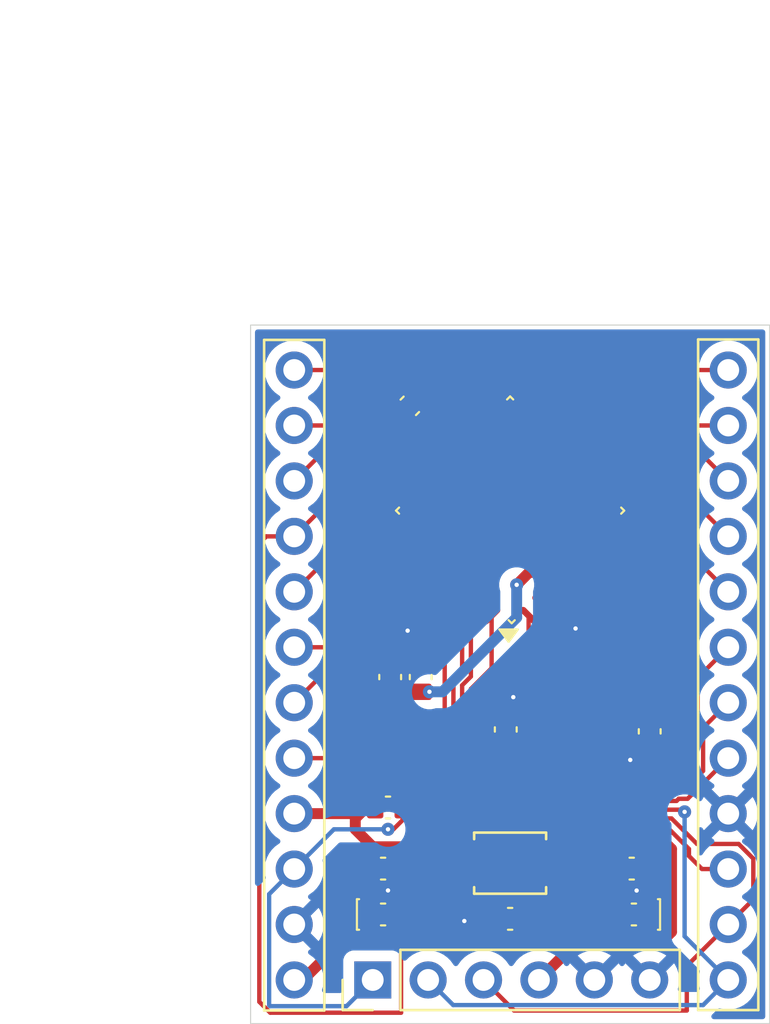
<source format=kicad_pcb>
(kicad_pcb (version 20241229) (generator "pcbnew") (generator_version "9.0")
  (layers (0 "F.Cu" mixed) (2 "B.Cu" mixed) (13 "F.Paste" user) (15 "B.Paste" user) (5 "F.SilkS" user "F.Silkscreen") (7 "B.SilkS" user "B.Silkscreen") (1 "F.Mask" user) (3 "B.Mask" user) (25 "Edge.Cuts" user))
  (net 0 "")
  (net 1 "A6")
  (net 4 "A7")
  (net 6 "RAW")
  (net 7 "GND")
  (net 8 "Net-(ATmega328P-AU1-AREF)")
  (net 9 "Net-(C4-Pad2)")
  (net 10 "Net-(D1-Pad1)")
  (net 11 "Net-(D2-Pad2)")
  (net 12 "D2")
  (net 13 "RXI")
  (net 14 "DTR")
  (net 15 "D7")
  (net 16 "TXO")
  (net 17 "D3")
  (net 18 "D4")
  (net 19 "D9")
  (net 20 "D5")
  (net 21 "D6")
  (net 22 "D8")
  (net 23 "SCK")
  (net 24 "A1")
  (net 25 "D10")
  (net 26 "MISO")
  (net 27 "MOSI")
  (net 28 "A3")
  (net 29 "A0")
  (net 30 "A2")
  (net 31 "A4")
  (net 32 "A5")
  (net 33 "Net-(ATmega328P-AU1-(PCINT7{slash}XTAL2{slash}TOSC2)_PB7)")
  (net 34 "Net-(ATmega328P-AU1-(PCINT6{slash}XTAL1{slash}TOSC1)_PB6)")
  (footprint "Footprint:CR_Generic" (layer "F.Cu") (at 153.4 103.1125 -90)
    (property "Reference" "C1" (hide yes))
    (property "Value" "12pF")
    (fp_line (start 0.1 0.5) (end -0.1 0.5) (stroke (width 0.1)) (layer "F.SilkS"))
    (fp_line (start 0.1 -0.5) (end -0.1 -0.5) (stroke (width 0.1)) (layer "F.SilkS"))
    (pad "1" smd roundrect (at -0.675 0) (size 1 0.75) (layers "F.Cu" "F.Mask" "F.Paste") (roundrect_rratio 0.15) (net 33 "Net-(ATmega328P-AU1-(PCINT7{slash}XTAL2{slash}TOSC2)_PB7)"))
    (pad "2" smd roundrect (at 0.5875 0) (size 1 0.75) (layers "F.Cu" "F.Mask" "F.Paste") (roundrect_rratio 0.15) (net 7 "GND"))
  )
  (footprint "Footprint:PinHeader_12" (layer "F.Cu") (at 156.97 100.59)
    (property "Reference" "J1" (hide yes))
    (property "Value" "~")
    (fp_line (start -1.35 -15.43) (end -1.35 15.29) (stroke (width 0.12)) (layer "F.SilkS"))
    (fp_line (start -1.35 -15.43) (end 1.41 -15.43) (stroke (width 0.12)) (layer "F.SilkS"))
    (fp_line (start -1.35 15.29) (end 1.41 15.29) (stroke (width 0.12)) (layer "F.SilkS"))
    (fp_line (start 1.41 -15.43) (end 1.41 15.29) (stroke (width 0.12)) (layer "F.SilkS"))
    (pad "1" thru_hole circle (at 0.03 -14.03) (size 1.7 1.7) (drill 1) (layers "*.Cu" "*.Mask") (net 19 "D9"))
    (pad "2" thru_hole circle (at 0.03 -11.49) (size 1.7 1.7) (drill 1) (layers "*.Cu" "*.Mask") (net 22 "D8"))
    (pad "3" thru_hole circle (at 0.03 -8.95) (size 1.7 1.7) (drill 1) (layers "*.Cu" "*.Mask") (net 15 "D7"))
    (pad "4" thru_hole circle (at 0.03 -6.41) (size 1.7 1.7) (drill 1) (layers "*.Cu" "*.Mask") (net 21 "D6"))
    (pad "5" thru_hole circle (at 0.03 -3.87) (size 1.7 1.7) (drill 1) (layers "*.Cu" "*.Mask") (net 20 "D5"))
    (pad "6" thru_hole circle (at 0.03 -1.33) (size 1.7 1.7) (drill 1) (layers "*.Cu" "*.Mask") (net 18 "D4"))
    (pad "7" thru_hole circle (at 0.03 1.21) (size 1.7 1.7) (drill 1) (layers "*.Cu" "*.Mask") (net 17 "D3"))
    (pad "8" thru_hole circle (at 0.03 3.75) (size 1.7 1.7) (drill 1) (layers "*.Cu" "*.Mask") (net 12 "D2"))
    (pad "9" thru_hole circle (at 0.03 6.29) (size 1.7 1.7) (drill 1) (layers "*.Cu" "*.Mask") (net 7 "GND"))
    (pad "10" thru_hole circle (at 0.03 8.83) (size 1.7 1.7) (drill 1) (layers "*.Cu" "*.Mask") (net 14 "DTR"))
    (pad "11" thru_hole circle (at 0.03 11.37) (size 1.7 1.7) (drill 1) (layers "*.Cu" "*.Mask") (net 13 "RXI"))
    (pad "12" thru_hole circle (at 0.03 13.91) (size 1.7 1.7) (drill 1) (layers "*.Cu" "*.Mask") (net 16 "TXO"))
  )
  (footprint "Footprint:PinHeader_12" (layer "F.Cu") (at 137.13 100.47 180)
    (property "Reference" "J2" (hide yes))
    (property "Value" "~")
    (fp_line (start 1.41 -15.43) (end 1.41 15.29) (stroke (width 0.12)) (layer "F.SilkS"))
    (fp_line (start -1.35 15.29) (end 1.41 15.29) (stroke (width 0.12)) (layer "F.SilkS"))
    (fp_line (start -1.35 -15.43) (end 1.41 -15.43) (stroke (width 0.12)) (layer "F.SilkS"))
    (fp_line (start -1.35 -15.43) (end -1.35 15.29) (stroke (width 0.12)) (layer "F.SilkS"))
    (pad "1" thru_hole circle (at 0.03 -14.03 180) (size 1.7 1.7) (drill 1) (layers "*.Cu" "*.Mask") (net 6 "RAW"))
    (pad "2" thru_hole circle (at 0.03 -11.49 180) (size 1.7 1.7) (drill 1) (layers "*.Cu" "*.Mask") (net 7 "GND"))
    (pad "3" thru_hole circle (at 0.03 -8.95 180) (size 1.7 1.7) (drill 1) (layers "*.Cu" "*.Mask") (net 14 "DTR"))
    (pad "4" thru_hole circle (at 0.03 -6.41 180) (size 1.7 1.7) (drill 1) (layers "*.Cu" "*.Mask") (net 6 "RAW"))
    (pad "5" thru_hole circle (at 0.03 -3.87 180) (size 1.7 1.7) (drill 1) (layers "*.Cu" "*.Mask") (net 28 "A3"))
    (pad "6" thru_hole circle (at 0.03 -1.33 180) (size 1.7 1.7) (drill 1) (layers "*.Cu" "*.Mask") (net 30 "A2"))
    (pad "7" thru_hole circle (at 0.03 1.21 180) (size 1.7 1.7) (drill 1) (layers "*.Cu" "*.Mask") (net 24 "A1"))
    (pad "8" thru_hole circle (at 0.03 3.75 180) (size 1.7 1.7) (drill 1) (layers "*.Cu" "*.Mask") (net 29 "A0"))
    (pad "9" thru_hole circle (at 0.03 6.29 180) (size 1.7 1.7) (drill 1) (layers "*.Cu" "*.Mask") (net 23 "SCK"))
    (pad "10" thru_hole circle (at 0.03 8.83 180) (size 1.7 1.7) (drill 1) (layers "*.Cu" "*.Mask") (net 26 "MISO"))
    (pad "11" thru_hole circle (at 0.03 11.37 180) (size 1.7 1.7) (drill 1) (layers "*.Cu" "*.Mask") (net 27 "MOSI"))
    (pad "12" thru_hole circle (at 0.03 13.91 180) (size 1.7 1.7) (drill 1) (layers "*.Cu" "*.Mask") (net 25 "D10"))
  )
  (footprint "Footprint:PinHeader_6" (layer "F.Cu") (at 147.97 114.78 90)
    (property "Reference" "J3" (hide yes))
    (property "Value" "~")
    (fp_line (start -1.1 -8.65) (end 0.28 -8.65) (stroke (width 0.12)) (layer "F.SilkS"))
    (fp_line (start -1.1 -7.27) (end -1.1 -8.65) (stroke (width 0.12)) (layer "F.SilkS"))
    (fp_line (start 1.66 -6) (end 1.66 6.81) (stroke (width 0.12)) (layer "F.SilkS"))
    (fp_line (start -1.1 -6) (end 1.66 -6) (stroke (width 0.12)) (layer "F.SilkS"))
    (fp_line (start -1.1 -6) (end -1.1 6.81) (stroke (width 0.12)) (layer "F.SilkS"))
    (fp_line (start -1.1 6.81) (end 1.66 6.81) (stroke (width 0.12)) (layer "F.SilkS"))
    (pad "1" thru_hole rect (at 0.28 -7.27 90) (size 1.7 1.7) (drill 1) (layers "*.Cu" "*.Mask") (net 14 "DTR"))
    (pad "2" thru_hole circle (at 0.28 -4.73 90) (size 1.7 1.7) (drill 1) (layers "*.Cu" "*.Mask") (net 16 "TXO"))
    (pad "3" thru_hole circle (at 0.28 -2.19 90) (size 1.7 1.7) (drill 1) (layers "*.Cu" "*.Mask") (net 13 "RXI"))
    (pad "4" thru_hole circle (at 0.28 0.35 90) (size 1.7 1.7) (drill 1) (layers "*.Cu" "*.Mask") (net 6 "RAW"))
    (pad "5" thru_hole circle (at 0.28 2.89 90) (size 1.7 1.7) (drill 1) (layers "*.Cu" "*.Mask") (net 7 "GND"))
    (pad "6" thru_hole circle (at 0.28 5.43 90) (size 1.7 1.7) (drill 1) (layers "*.Cu" "*.Mask") (net 7 "GND"))
  )
  (footprint "Footprint:CR_Generic" (layer "F.Cu") (at 141.175 109.4)
    (property "Reference" "R2" (hide yes))
    (property "Value" "10K")
    (fp_line (start 0.1 -0.5) (end -0.1 -0.5) (stroke (width 0.1)) (layer "F.SilkS"))
    (fp_line (start 0.1 0.5) (end -0.1 0.5) (stroke (width 0.1)) (layer "F.SilkS"))
    (pad "1" smd roundrect (at -0.675 0 90) (size 1 0.75) (layers "F.Cu" "F.Mask" "F.Paste") (roundrect_rratio 0.15) (net 11 "Net-(D2-Pad2)"))
    (pad "2" smd roundrect (at 0.5875 0 90) (size 1 0.75) (layers "F.Cu" "F.Mask" "F.Paste") (roundrect_rratio 0.15) (net 7 "GND"))
  )
  (footprint "Footprint:LED_generic" (layer "F.Cu") (at 152.675 111.5)
    (property "Reference" "D1" (hide yes))
    (property "Value" "Green")
    (fp_line (start 0.1 -0.5) (end -0.1 -0.5) (stroke (width 0.1)) (layer "F.SilkS"))
    (fp_line (start 0.1 0.5) (end -0.1 0.5) (stroke (width 0.1)) (layer "F.SilkS"))
    (fp_line (start 1.1 -0.7) (end 1.2 -0.7) (stroke (width 0.1)) (layer "F.SilkS"))
    (fp_line (start 1.2 -0.7) (end 1.2 0.7) (stroke (width 0.1)) (layer "F.SilkS"))
    (fp_line (start 1.2 0.7) (end 1.1 0.7) (stroke (width 0.1)) (layer "F.SilkS"))
    (pad "1" smd roundrect (at -0.675 0 90) (size 1 0.75) (layers "F.Cu" "F.Mask" "F.Paste") (roundrect_rratio 0.15) (net 10 "Net-(D1-Pad1)"))
    (pad "2" smd roundrect (at 0.6375 0 90) (size 1 0.725) (layers "F.Cu" "F.Mask" "F.Paste") (roundrect_rratio 0.15) (net 7 "GND"))
  )
  (footprint "Footprint:Crystal_YSX321SL" (layer "F.Cu") (at 150.1 103.1)
    (property "Reference" "Y1" (hide yes))
    (property "Value" "~")
    (pad "1" smd roundrect (at 1.3 -1) (size 1.4 1.2) (layers "F.Cu" "F.Mask" "F.Paste") (roundrect_rratio 0.15) (net 33 "Net-(ATmega328P-AU1-(PCINT7{slash}XTAL2{slash}TOSC2)_PB7)"))
    (pad "2" smd roundrect (at -1.3 -1) (size 1.4 1.2) (layers "F.Cu" "F.Mask" "F.Paste") (roundrect_rratio 0.15) (net 7 "GND"))
    (pad "3" smd roundrect (at -1.3 1.1) (size 1.4 1.2) (layers "F.Cu" "F.Mask" "F.Paste") (roundrect_rratio 0.15) (net 34 "Net-(ATmega328P-AU1-(PCINT6{slash}XTAL1{slash}TOSC1)_PB6)"))
    (pad "4" smd roundrect (at 1.3 1.1) (size 1.4 1.2) (layers "F.Cu" "F.Mask" "F.Paste") (roundrect_rratio 0.15) (net 7 "GND"))
  )
  (footprint "Footprint:CR_Generic" (layer "F.Cu") (at 141.5 100.625 90)
    (property "Reference" "C7" (hide yes))
    (property "Value" "100nF")
    (fp_line (start 0.1 -0.5) (end -0.1 -0.5) (stroke (width 0.1)) (layer "F.SilkS"))
    (fp_line (start 0.1 0.5) (end -0.1 0.5) (stroke (width 0.1)) (layer "F.SilkS"))
    (pad "1" smd roundrect (at -0.675 0 180) (size 1 0.75) (layers "F.Cu" "F.Mask" "F.Paste") (roundrect_rratio 0.15) (net 6 "RAW"))
    (pad "2" smd roundrect (at 0.5875 0 180) (size 1 0.75) (layers "F.Cu" "F.Mask" "F.Paste") (roundrect_rratio 0.15) (net 7 "GND"))
  )
  (footprint "Footprint:CR_Generic" (layer "F.Cu") (at 142.9 100.625 90)
    (property "Reference" "C6" (hide yes))
    (property "Value" "1uF")
    (fp_line (start 0.1 -0.5) (end -0.1 -0.5) (stroke (width 0.1)) (layer "F.SilkS"))
    (fp_line (start 0.1 0.5) (end -0.1 0.5) (stroke (width 0.1)) (layer "F.SilkS"))
    (pad "1" smd roundrect (at -0.675 0 180) (size 1 0.75) (layers "F.Cu" "F.Mask" "F.Paste") (roundrect_rratio 0.15) (net 6 "RAW"))
    (pad "2" smd roundrect (at 0.5875 0 180) (size 1 0.75) (layers "F.Cu" "F.Mask" "F.Paste") (roundrect_rratio 0.15) (net 7 "GND"))
  )
  (footprint "Footprint:CR_Generic" (layer "F.Cu") (at 152.575 109.4 180)
    (property "Reference" "R1" (hide yes))
    (property "Value" "330")
    (fp_line (start 0.1 0.5) (end -0.1 0.5) (stroke (width 0.1)) (layer "F.SilkS"))
    (fp_line (start 0.1 -0.5) (end -0.1 -0.5) (stroke (width 0.1)) (layer "F.SilkS"))
    (pad "1" smd roundrect (at -0.675 0 270) (size 1 0.75) (layers "F.Cu" "F.Mask" "F.Paste") (roundrect_rratio 0.15) (net 23 "SCK"))
    (pad "2" smd roundrect (at 0.5875 0 270) (size 1 0.75) (layers "F.Cu" "F.Mask" "F.Paste") (roundrect_rratio 0.15) (net 10 "Net-(D1-Pad1)"))
  )
  (footprint "Footprint:CR_Generic" (layer "F.Cu") (at 141.4 106.6 180)
    (property "Reference" "R3" (hide yes))
    (property "Value" "10K")
    (fp_line (start 0.1 0.5) (end -0.1 0.5) (stroke (width 0.1)) (layer "F.SilkS"))
    (fp_line (start 0.1 -0.5) (end -0.1 -0.5) (stroke (width 0.1)) (layer "F.SilkS"))
    (pad "1" smd roundrect (at -0.675 0 270) (size 1 0.75) (layers "F.Cu" "F.Mask" "F.Paste") (roundrect_rratio 0.15) (net 14 "DTR"))
    (pad "2" smd roundrect (at 0.5875 0 270) (size 1 0.75) (layers "F.Cu" "F.Mask" "F.Paste") (roundrect_rratio 0.15) (net 6 "RAW"))
  )
  (footprint "Footprint:CR_Generic" (layer "F.Cu") (at 146.8 103.025 90)
    (property "Reference" "C2" (hide yes))
    (property "Value" "12pF")
    (fp_line (start 0.1 -0.5) (end -0.1 -0.5) (stroke (width 0.1)) (layer "F.SilkS"))
    (fp_line (start 0.1 0.5) (end -0.1 0.5) (stroke (width 0.1)) (layer "F.SilkS"))
    (pad "1" smd roundrect (at -0.675 0 180) (size 1 0.75) (layers "F.Cu" "F.Mask" "F.Paste") (roundrect_rratio 0.15) (net 34 "Net-(ATmega328P-AU1-(PCINT6{slash}XTAL1{slash}TOSC1)_PB6)"))
    (pad "2" smd roundrect (at 0.5875 0 180) (size 1 0.75) (layers "F.Cu" "F.Mask" "F.Paste") (roundrect_rratio 0.15) (net 7 "GND"))
  )
  (footprint "Footprint:CR_Generic" (layer "F.Cu") (at 142.4 88.2 45)
    (property "Reference" "C3" (hide yes))
    (property "Value" "100nF")
    (fp_line (start 0.1 -0.5) (end -0.1 -0.5) (stroke (width 0.1)) (layer "F.SilkS"))
    (fp_line (start 0.1 0.5) (end -0.1 0.5) (stroke (width 0.1)) (layer "F.SilkS"))
    (pad "1" smd roundrect (at -0.675 0 135) (size 1 0.75) (layers "F.Cu" "F.Mask" "F.Paste") (roundrect_rratio 0.15) (net 8 "Net-(ATmega328P-AU1-AREF)"))
    (pad "2" smd roundrect (at 0.5875 0 135) (size 1 0.75) (layers "F.Cu" "F.Mask" "F.Paste") (roundrect_rratio 0.15) (net 6 "RAW"))
  )
  (footprint "Footprint:LED_generic" (layer "F.Cu") (at 141.175 111.5 180)
    (property "Reference" "D2" (hide yes))
    (property "Value" "Red")
    (fp_line (start 1.2 0.7) (end 1.1 0.7) (stroke (width 0.1)) (layer "F.SilkS"))
    (fp_line (start 1.2 -0.7) (end 1.2 0.7) (stroke (width 0.1)) (layer "F.SilkS"))
    (fp_line (start 1.1 -0.7) (end 1.2 -0.7) (stroke (width 0.1)) (layer "F.SilkS"))
    (fp_line (start 0.1 0.5) (end -0.1 0.5) (stroke (width 0.1)) (layer "F.SilkS"))
    (fp_line (start 0.1 -0.5) (end -0.1 -0.5) (stroke (width 0.1)) (layer "F.SilkS"))
    (pad "1" smd roundrect (at -0.675 0 270) (size 1 0.75) (layers "F.Cu" "F.Mask" "F.Paste") (roundrect_rratio 0.15) (net 6 "RAW"))
    (pad "2" smd roundrect (at 0.6375 0 270) (size 1 0.725) (layers "F.Cu" "F.Mask" "F.Paste") (roundrect_rratio 0.15) (net 11 "Net-(D2-Pad2)"))
  )
  (footprint "Footprint:CR_Generic" (layer "F.Cu") (at 147 111.7)
    (property "Reference" "C4" (hide yes))
    (property "Value" "100nF")
    (fp_line (start 0.1 -0.5) (end -0.1 -0.5) (stroke (width 0.1)) (layer "F.SilkS"))
    (fp_line (start 0.1 0.5) (end -0.1 0.5) (stroke (width 0.1)) (layer "F.SilkS"))
    (pad "1" smd roundrect (at -0.675 0 90) (size 1 0.75) (layers "F.Cu" "F.Mask" "F.Paste") (roundrect_rratio 0.15) (net 7 "GND"))
    (pad "2" smd roundrect (at 0.5875 0 90) (size 1 0.75) (layers "F.Cu" "F.Mask" "F.Paste") (roundrect_rratio 0.15) (net 9 "Net-(C4-Pad2)"))
  )
  (footprint "Footprint:ATMEGA328P" (layer "F.Cu") (at 147 93 135)
    (property "Reference" "ATmega328P-AU1" (hide yes))
    (property "Value" "U1")
    (fp_line (start 3.7 -3.7) (end 3.5 -3.7) (stroke (width 0.1)) (layer "F.SilkS"))
    (fp_line (start 3.7 -3.5) (end 3.7 -3.7) (stroke (width 0.1)) (layer "F.SilkS"))
    (fp_line (start 3.7 3.7) (end 3.7 3.5) (stroke (width 0.1)) (layer "F.SilkS"))
    (fp_line (start -3.700001 -3.6) (end -3.5 -3.6) (stroke (width 0.1)) (layer "F.SilkS"))
    (fp_line (start 3.5 3.7) (end 3.7 3.7) (stroke (width 0.1)) (layer "F.SilkS"))
    (fp_line (start -3.7 -3.4) (end -3.700001 -3.6) (stroke (width 0.1)) (layer "F.SilkS"))
    (fp_line (start -3.7 3.5) (end -3.7 3.7) (stroke (width 0.1)) (layer "F.SilkS"))
    (fp_line (start -3.7 3.7) (end -3.5 3.7) (stroke (width 0.1)) (layer "F.SilkS"))
    (fp_poly (pts (xy -3.9 -3.8) (xy -3.5 -4.2) (xy -4.2 -4.3) (xy -4.1 -3.6)) (stroke (width 0.1)) (fill yes) (layer "F.SilkS"))
    (pad "1" smd oval (at -4 -2.8 225) (size 0.3 1) (layers "F.Cu" "F.Mask" "F.Paste") (net 17 "D3"))
    (pad "2" smd oval (at -4.000001 -2 225) (size 0.3 1) (layers "F.Cu" "F.Mask" "F.Paste") (net 18 "D4"))
    (pad "3" smd oval (at -4 -1.2 225) (size 0.3 1) (layers "F.Cu" "F.Mask" "F.Paste") (net 7 "GND"))
    (pad "4" smd oval (at -4 -0.4 225) (size 0.3 1) (layers "F.Cu" "F.Mask" "F.Paste") (net 6 "RAW"))
    (pad "5" smd oval (at -4 0.4 225) (size 0.3 1) (layers "F.Cu" "F.Mask" "F.Paste"))
    (pad "6" smd oval (at -4 1.2 225) (size 0.3 1) (layers "F.Cu" "F.Mask" "F.Paste"))
    (pad "7" smd oval (at -4.000001 2 225) (size 0.3 1) (layers "F.Cu" "F.Mask" "F.Paste") (net 34 "Net-(ATmega328P-AU1-(PCINT6{slash}XTAL1{slash}TOSC1)_PB6)"))
    (pad "8" smd oval (at -4 2.8 225) (size 0.3 1) (layers "F.Cu" "F.Mask" "F.Paste") (net 33 "Net-(ATmega328P-AU1-(PCINT7{slash}XTAL2{slash}TOSC2)_PB7)"))
    (pad "9" smd oval (at -2.8 4 135) (size 0.3 1) (layers "F.Cu" "F.Mask" "F.Paste") (net 20 "D5"))
    (pad "10" smd oval (at -2 4.000001 135) (size 0.3 1) (layers "F.Cu" "F.Mask" "F.Paste") (net 21 "D6"))
    (pad "11" smd oval (at -1.2 4 135) (size 0.3 1) (layers "F.Cu" "F.Mask" "F.Paste") (net 15 "D7"))
    (pad "12" smd oval (at -0.4 4 135) (size 0.3 1) (layers "F.Cu" "F.Mask" "F.Paste") (net 22 "D8"))
    (pad "13" smd oval (at 0.4 4 135) (size 0.3 1) (layers "F.Cu" "F.Mask" "F.Paste") (net 19 "D9"))
    (pad "14" smd oval (at 1.2 4 135) (size 0.3 1) (layers "F.Cu" "F.Mask" "F.Paste") (net 25 "D10"))
    (pad "15" smd oval (at 2 4.000001 135) (size 0.3 1) (layers "F.Cu" "F.Mask" "F.Paste") (net 27 "MOSI"))
    (pad "16" smd oval (at 2.8 4 135) (size 0.3 1) (layers "F.Cu" "F.Mask" "F.Paste") (net 26 "MISO"))
    (pad "17" smd oval (at 4 2.8 225) (size 0.3 1) (layers "F.Cu" "F.Mask" "F.Paste") (net 23 "SCK"))
    (pad "18" smd oval (at 4.000001 2 225) (size 0.3 1) (layers "F.Cu" "F.Mask" "F.Paste") (net 6 "RAW"))
    (pad "19" smd oval (at 4 1.2 225) (size 0.3 1) (layers "F.Cu" "F.Mask" "F.Paste") (net 1 "A6"))
    (pad "20" smd oval (at 4 0.4 225) (size 0.3 1) (layers "F.Cu" "F.Mask" "F.Paste") (net 8 "Net-(ATmega328P-AU1-AREF)"))
    (pad "21" smd oval (at 4 -0.4 225) (size 0.3 1) (layers "F.Cu" "F.Mask" "F.Paste"))
    (pad "22" smd oval (at 4 -1.2 225) (size 0.3 1) (layers "F.Cu" "F.Mask" "F.Paste") (net 4 "A7"))
    (pad "23" smd oval (at 4.000001 -2 225) (size 0.3 1) (layers "F.Cu" "F.Mask" "F.Paste") (net 29 "A0"))
    (pad "24" smd oval (at 4 -2.8 225) (size 0.3 1) (layers "F.Cu" "F.Mask" "F.Paste") (net 24 "A1"))
    (pad "25" smd oval (at 2.8 -4 135) (size 0.3 1) (layers "F.Cu" "F.Mask" "F.Paste") (net 30 "A2"))
    (pad "26" smd oval (at 2 -4.000001 135) (size 0.3 1) (layers "F.Cu" "F.Mask" "F.Paste") (net 28 "A3"))
    (pad "27" smd oval (at 1.2 -4 135) (size 0.3 1) (layers "F.Cu" "F.Mask" "F.Paste") (net 31 "A4"))
    (pad "28" smd oval (at 0.4 -4 135) (size 0.3 1) (layers "F.Cu" "F.Mask" "F.Paste") (net 32 "A5"))
    (pad "29" smd oval (at -0.4 -4 135) (size 0.3 1) (layers "F.Cu" "F.Mask" "F.Paste") (net 14 "DTR"))
    (pad "30" smd oval (at -1.2 -4 135) (size 0.3 1) (layers "F.Cu" "F.Mask" "F.Paste") (net 13 "RXI"))
    (pad "31" smd oval (at -2 -4.000001 135) (size 0.3 1) (layers "F.Cu" "F.Mask" "F.Paste") (net 16 "TXO"))
    (pad "32" smd oval (at -2.8 -4 135) (size 0.3 1) (layers "F.Cu" "F.Mask" "F.Paste") (net 12 "D2"))
  )
  (footprint "Footprint:SW_B3U1000P" (layer "F.Cu") (at 147 109 180)
    (property "Reference" "SW1" (hide yes))
    (property "Value" "SW_Push")
    (fp_line (start 1.65 1.25) (end 1.65 0.95) (stroke (width 0.12)) (layer "F.SilkS"))
    (fp_line (start 1.65 -1.55) (end 1.65 -1.25) (stroke (width 0.12)) (layer "F.SilkS"))
    (fp_line (start -1.65 1.25) (end 1.65 1.25) (stroke (width 0.12)) (layer "F.SilkS"))
    (fp_line (start -1.65 0.95) (end -1.65 1.25) (stroke (width 0.12)) (layer "F.SilkS"))
    (fp_line (start -1.65 -1.25) (end -1.65 -1.55) (stroke (width 0.12)) (layer "F.SilkS"))
    (fp_line (start -1.65 -1.55) (end 1.65 -1.55) (stroke (width 0.12)) (layer "F.SilkS"))
    (pad "1" smd rect (at -1.7 -0.15 180) (size 0.9 1.7) (layers "F.Cu" "F.Mask" "F.Paste") (net 9 "Net-(C4-Pad2)"))
    (pad "2" smd rect (at 1.7 -0.15 180) (size 0.9 1.7) (layers "F.Cu" "F.Mask" "F.Paste") (net 14 "DTR"))
  )
  (gr_rect (start 135.1 84.5) (end 158.9 116.5) (stroke (width 0.05)) (fill no) (layer "Edge.Cuts"))
  (segment (start 154 112.7) (end 154.4 112.3) (width 0.5) (layer "F.Cu") (net 6))
  (segment (start 146.2 110.2) (end 145.5 110.9) (width 0.5) (layer "F.Cu") (net 6))
  (segment (start 146.2 109.8) (end 146.2 110.2) (width 0.5) (layer "F.Cu") (net 6))
  (segment (start 141.85 112.25) (end 141.85 111.5) (width 0.5) (layer "F.Cu") (net 6))
  (segment (start 154.4 108.5) (end 153.950999 108.050999) (width 0.5) (layer "F.Cu") (net 6))
  (segment (start 145.585786 88.757359) (end 149.262782 92.434355) (width 0.5) (layer "F.Cu") (net 6))
  (segment (start 141.85 111.5) (end 142.2 111.5) (width 0.5) (layer "F.Cu") (net 6))
  (segment (start 140.45 106.55) (end 140.8 106.2) (width 0.5) (layer "F.Cu") (net 6))
  (segment (start 152.652211 108.049) (end 149.801 108.049) (width 0.5) (layer "F.Cu") (net 6))
  (segment (start 154.4 112.3) (end 154.4 108.5) (width 0.5) (layer "F.Cu") (net 6))
  (segment (start 148.32 114.5) (end 150.12 112.7) (width 0.5) (layer "F.Cu") (net 6))
  (segment (start 143 109.187474) (end 142.212526 108.4) (width 0.5) (layer "F.Cu") (net 6))
  (segment (start 141.2 101.3) (end 143.3 101.299999) (width 0.5) (layer "F.Cu") (net 6))
  (segment (start 152.654211 108.051) (end 152.652211 108.049) (width 0.5) (layer "F.Cu") (net 6))
  (segment (start 140.697918 108.4) (end 139.9 107.602082) (width 0.5) (layer "F.Cu") (net 6))
  (segment (start 149.262782 95.828468) (end 147.871532 95.828468) (width 0.5) (layer "F.Cu") (net 6))
  (segment (start 137.1 114.5) (end 137.5 114.5) (width 0.5) (layer "F.Cu") (net 6))
  (segment (start 143.2 110.9) (end 143 110.7) (width 0.5) (layer "F.Cu") (net 6))
  (segment (start 150.12 112.7) (end 154 112.7) (width 0.5) (layer "F.Cu") (net 6))
  (segment (start 143 110.7) (end 143 110.2) (width 0.5) (layer "F.Cu") (net 6))
  (segment (start 143 110.2) (end 143 109.187474) (width 0.5) (layer "F.Cu") (net 6))
  (segment (start 153.950999 108.050999) (end 152.654211 108.051) (width 0.5) (layer "F.Cu") (net 6))
  (segment (start 139.9 107.602082) (end 139.9 107.1) (width 0.5) (layer "F.Cu") (net 6))
  (segment (start 149.801 108.049) (end 149.601 107.849) (width 0.5) (layer "F.Cu") (net 6))
  (segment (start 140.8 106.2) (end 140.8 101.7) (width 0.5) (layer "F.Cu") (net 6))
  (segment (start 142.2 111.5) (end 143 110.7) (width 0.5) (layer "F.Cu") (net 6))
  (segment (start 139.72 106.88) (end 140 106.6) (width 0.5) (layer "F.Cu") (net 6))
  (segment (start 139.9 107.1) (end 140.45 106.55) (width 0.5) (layer "F.Cu") (net 6))
  (segment (start 140 106.6) (end 140.8125 106.6) (width 0.5) (layer "F.Cu") (net 6))
  (segment (start 142.815425 87.784575) (end 144.613002 87.784575) (width 0.5) (layer "F.Cu") (net 6))
  (segment (start 141.5 112.6) (end 141.85 112.25) (width 0.5) (layer "F.Cu") (net 6))
  (segment (start 140.8 101.7) (end 141.2 101.3) (width 0.5) (layer "F.Cu") (net 6))
  (segment (start 140.8125 106.6) (end 140.7625 106.55) (width 0.5) (layer "F.Cu") (net 6))
  (segment (start 149.601 107.849) (end 147.799 107.849) (width 0.5) (layer "F.Cu") (net 6))
  (segment (start 149.545584 96.11127) (end 149.262782 95.828468) (width 0.5) (layer "F.Cu") (net 6))
  (segment (start 140.7625 106.55) (end 140.45 106.55) (width 0.5) (layer "F.Cu") (net 6))
  (segment (start 147.799 108.201) (end 146.2 109.8) (width 0.5) (layer "F.Cu") (net 6))
  (segment (start 137.5 114.5) (end 139.4 112.6) (width 0.5) (layer "F.Cu") (net 6))
  (segment (start 139.4 112.6) (end 141.5 112.6) (width 0.5) (layer "F.Cu") (net 6))
  (segment (start 144.613002 87.784575) (end 145.585786 88.757359) (width 0.5) (layer "F.Cu") (net 6))
  (segment (start 145.5 110.9) (end 143.2 110.9) (width 0.5) (layer "F.Cu") (net 6))
  (segment (start 149.262782 92.434355) (end 149.262782 95.828468) (width 0.5) (layer "F.Cu") (net 6))
  (segment (start 147.799 107.849) (end 147.799 108.201) (width 0.5) (layer "F.Cu") (net 6))
  (segment (start 142.212526 108.4) (end 140.697918 108.4) (width 0.5) (layer "F.Cu") (net 6))
  (segment (start 147.871532 95.828468) (end 147.3 96.4) (width 0.5) (layer "F.Cu") (net 6))
  (segment (start 137.1 106.88) (end 139.72 106.88) (width 0.5) (layer "F.Cu") (net 6))
  (via (at 147.3 96.4) (size 0.6) (drill 0.2) (layers "F.Cu" "B.Cu") (net 6))
  (via (at 143.3 101.299999) (size 0.6) (drill 0.2) (layers "F.Cu" "B.Cu") (net 6))
  (segment (start 147.3 96.4) (end 147.3 97.9) (width 0.5) (layer "B.Cu") (net 6))
  (segment (start 143.900001 101.299999) (end 143.3 101.299999) (width 0.5) (layer "B.Cu") (net 6))
  (segment (start 147.3 97.9) (end 143.900001 101.299999) (width 0.5) (layer "B.Cu") (net 6))
  (segment (start 142.8 99.9375) (end 142.9 100.0375) (width 0.2) (layer "F.Cu") (net 7))
  (segment (start 146.325 111.7) (end 145 111.7) (width 0.2) (layer "F.Cu") (net 7))
  (segment (start 153.2125 111.5) (end 153.2125 110.6125) (width 0.2) (layer "F.Cu") (net 7))
  (segment (start 146.8 101.88995) (end 147.144975 101.544975) (width 0.2) (layer "F.Cu") (net 7))
  (segment (start 153.004232 110.404232) (end 152.8 110.404232) (width 0.2) (layer "F.Cu") (net 7))
  (segment (start 141.5 100.0375) (end 141.5 100) (width 0.2) (layer "F.Cu") (net 7))
  (segment (start 145 111.7) (end 144.9 111.8) (width 0.2) (layer "F.Cu") (net 7))
  (segment (start 150 97.697056) (end 150 98.4) (width 0.2) (layer "F.Cu") (net 7))
  (segment (start 142.3 99.2) (end 142.8 99.7) (width 0.2) (layer "F.Cu") (net 7))
  (segment (start 152.508117 104.091884) (end 152.508117 104.420692) (width 0.2) (layer "F.Cu") (net 7))
  (segment (start 141.7625 110.0375) (end 141.4 110.4) (width 0.2) (layer "F.Cu") (net 7))
  (segment (start 152.900001 103.7) (end 152.508117 104.091884) (width 0.2) (layer "F.Cu") (net 7))
  (segment (start 151.4 104.2) (end 152.287425 104.2) (width 0.2) (layer "F.Cu") (net 7))
  (segment (start 153.2125 110.6125) (end 153.004232 110.404232) (width 0.2) (layer "F.Cu") (net 7))
  (segment (start 142.3 99.2) (end 142.3 98.5) (width 0.2) (layer "F.Cu") (net 7))
  (segment (start 148.979899 96.676955) (end 150 97.697056) (width 0.2) (layer "F.Cu") (net 7))
  (segment (start 148.8 102.1) (end 147.7 102.1) (width 0.2) (layer "F.Cu") (net 7))
  (segment (start 152.287425 104.2) (end 152.508117 104.420692) (width 0.2) (layer "F.Cu") (net 7))
  (segment (start 141.5 100) (end 142.3 99.2) (width 0.2) (layer "F.Cu") (net 7))
  (segment (start 146.8 102.4375) (end 146.8 101.88995) (width 0.2) (layer "F.Cu") (net 7))
  (segment (start 142.8 99.7) (end 142.8 99.9375) (width 0.2) (layer "F.Cu") (net 7))
  (segment (start 141.7625 109.4) (end 141.7625 110.0375) (width 0.2) (layer "F.Cu") (net 7))
  (segment (start 153.4 103.7) (end 152.900001 103.7) (width 0.2) (layer "F.Cu") (net 7))
  (segment (start 147.7 102.1) (end 147.144975 101.544975) (width 0.2) (layer "F.Cu") (net 7))
  (via (at 150 98.4) (size 0.6) (drill 0.2) (layers "F.Cu" "B.Cu") (net 7))
  (via (at 141.4 110.4) (size 0.6) (drill 0.2) (layers "F.Cu" "B.Cu") (net 7))
  (via (at 152.8 110.404232) (size 0.6) (drill 0.2) (layers "F.Cu" "B.Cu") (net 7))
  (via (at 144.9 111.8) (size 0.6) (drill 0.2) (layers "F.Cu" "B.Cu") (net 7))
  (via (at 142.3 98.5) (size 0.6) (drill 0.2) (layers "F.Cu" "B.Cu") (net 7))
  (via (at 147.144975 101.544975) (size 0.6) (drill 0.2) (layers "F.Cu" "B.Cu") (net 7))
  (via (at 152.508117 104.420692) (size 0.6) (drill 0.2) (layers "F.Cu" "B.Cu") (net 7))
  (segment (start 144.454416 89.854416) (end 144.454416 89.88873) (width 0.2) (layer "F.Cu") (net 8))
  (segment (start 141.922703 88.677297) (end 143.242983 88.677297) (width 0.2) (layer "F.Cu") (net 8))
  (segment (start 143.242983 88.677297) (end 144.454416 89.88873) (width 0.2) (layer "F.Cu") (net 8))
  (segment (start 148.7 111) (end 148.7 109.15) (width 0.2) (layer "F.Cu") (net 9))
  (segment (start 147.5875 111.7) (end 148 111.7) (width 0.2) (layer "F.Cu") (net 9))
  (segment (start 148 111.7) (end 148.7 111) (width 0.2) (layer "F.Cu") (net 9))
  (segment (start 151.9875 111.4125) (end 151.9 111.5) (width 0.2) (layer "F.Cu") (net 10))
  (segment (start 151.9875 109.7) (end 151.9875 111.4125) (width 0.2) (layer "F.Cu") (net 10))
  (segment (start 140.5375 111.5) (end 140.5375 109.4375) (width 0.2) (layer "F.Cu") (net 11))
  (segment (start 140.5375 109.4375) (end 140.5 109.4) (width 0.2) (layer "F.Cu") (net 11))
  (segment (start 153.378085 106.3) (end 153.377084 106.299) (width 0.2) (layer "F.Cu") (net 12))
  (segment (start 150.525872 106.299) (end 150.325872 106.099) (width 0.2) (layer "F.Cu") (net 12))
  (segment (start 145.2 104.469265) (end 145.2 101.168628) (width 0.2) (layer "F.Cu") (net 12))
  (segment (start 155.14 106.2) (end 154.731372 106.2) (width 0.2) (layer "F.Cu") (net 12))
  (segment (start 154.631372 106.299999) (end 153.378085 106.3) (width 0.2) (layer "F.Cu") (net 12))
  (segment (start 157 104.34) (end 155.14 106.2) (width 0.2) (layer "F.Cu") (net 12))
  (segment (start 146.829735 106.099) (end 145.2 104.469265) (width 0.2) (layer "F.Cu") (net 12))
  (segment (start 150.325872 106.099) (end 146.829735 106.099) (width 0.2) (layer "F.Cu") (net 12))
  (segment (start 153.377084 106.299) (end 150.525872 106.299) (width 0.2) (layer "F.Cu") (net 12))
  (segment (start 146.151472 100.217156) (end 146.151472 97.808326) (width 0.2) (layer "F.Cu") (net 12))
  (segment (start 145.2 101.168628) (end 146.151472 100.217156) (width 0.2) (layer "F.Cu") (net 12))
  (segment (start 154.731372 106.2) (end 154.631372 106.299999) (width 0.2) (layer "F.Cu") (net 12))
  (segment (start 158.151 108.94324) (end 157.47676 108.269) (width 0.2) (layer "F.Cu") (net 13))
  (segment (start 157 111.96) (end 158.151 110.809) (width 0.2) (layer "F.Cu") (net 13))
  (segment (start 149.994502 106.899) (end 146.458315 106.899) (width 0.2) (layer "F.Cu") (net 13))
  (segment (start 157.47676 108.269) (end 155.569 108.269) (width 0.2) (layer "F.Cu") (net 13))
  (segment (start 147.18 115.9) (end 155.1 115.9) (width 0.2) (layer "F.Cu") (net 13))
  (segment (start 158.151 110.809) (end 158.151 108.94324) (width 0.2) (layer "F.Cu") (net 13))
  (segment (start 144.4 100.835842) (end 144.8 100.435842) (width 0.2) (layer "F.Cu") (net 13))
  (segment (start 144.4 104.840685) (end 144.4 100.835842) (width 0.2) (layer "F.Cu") (net 13))
  (segment (start 144.8 97.194543) (end 145.020101 96.974442) (width 0.2) (layer "F.Cu") (net 13))
  (segment (start 146.458315 106.899) (end 144.4 104.840685) (width 0.2) (layer "F.Cu") (net 13))
  (segment (start 145.020101 96.974442) (end 145.020101 96.676955) (width 0.2) (layer "F.Cu") (net 13))
  (segment (start 144.8 100.435842) (end 144.8 97.194543) (width 0.2) (layer "F.Cu") (net 13))
  (segment (start 155.569 108.269) (end 154.400999 107.100999) (width 0.2) (layer "F.Cu") (net 13))
  (segment (start 153.045714 107.099) (end 150.194502 107.099) (width 0.2) (layer "F.Cu") (net 13))
  (segment (start 155.1 115.9) (end 155.1 113.86) (width 0.2) (layer "F.Cu") (net 13))
  (segment (start 150.194502 107.099) (end 149.994502 106.899) (width 0.2) (layer "F.Cu") (net 13))
  (segment (start 155.1 113.86) (end 157 111.96) (width 0.2) (layer "F.Cu") (net 13))
  (segment (start 154.400999 107.100999) (end 153.047714 107.101) (width 0.2) (layer "F.Cu") (net 13))
  (segment (start 153.047714 107.101) (end 153.045714 107.099) (width 0.2) (layer "F.Cu") (net 13))
  (segment (start 145.78 114.5) (end 147.18 115.9) (width 0.2) (layer "F.Cu") (net 13))
  (segment (start 155.2 108.822081) (end 155.797919 109.42) (width 0.2) (layer "F.Cu") (net 14))
  (segment (start 154.200999 107.500999) (end 155.2 108.5) (width 0.2) (layer "F.Cu") (net 14))
  (segment (start 155.2 108.5) (end 155.2 108.822081) (width 0.2) (layer "F.Cu") (net 14))
  (segment (start 144 96.565686) (end 144.454416 96.11127) (width 0.2) (layer "F.Cu") (net 14))
  (segment (start 149.828817 107.299) (end 150.028817 107.499) (width 0.2) (layer "F.Cu") (net 14))
  (segment (start 145.3 109.15) (end 147.151 107.299) (width 0.2) (layer "F.Cu") (net 14))
  (segment (start 152.882029 107.501) (end 154.200999 107.500999) (width 0.2) (layer "F.Cu") (net 14))
  (segment (start 144.4 108.9) (end 144.4 108.5) (width 0.2) (layer "F.Cu") (net 14))
  (segment (start 150.028817 107.499) (end 152.880029 107.499) (width 0.2) (layer "F.Cu") (net 14))
  (segment (start 144 102.4) (end 144 96.565686) (width 0.2) (layer "F.Cu") (net 14))
  (segment (start 142.075 104.325) (end 144 102.4) (width 0.2) (layer "F.Cu") (net 14))
  (segment (start 142.075 107.171464) (end 141.647464 107.599) (width 0.2) (layer "F.Cu") (net 14))
  (segment (start 152.880029 107.499) (end 152.882029 107.501) (width 0.2) (layer "F.Cu") (net 14))
  (segment (start 155.797919 109.42) (end 157 109.42) (width 0.2) (layer "F.Cu") (net 14))
  (segment (start 144.4 108.5) (end 142.5 106.6) (width 0.2) (layer "F.Cu") (net 14))
  (segment (start 144.65 109.15) (end 144.4 108.9) (width 0.2) (layer "F.Cu") (net 14))
  (segment (start 147.151 107.299) (end 149.828817 107.299) (width 0.2) (layer "F.Cu") (net 14))
  (segment (start 141.647464 107.599) (end 141.4 107.599) (width 0.2) (layer "F.Cu") (net 14))
  (segment (start 142.5 106.6) (end 142.075 106.6) (width 0.2) (layer "F.Cu") (net 14))
  (segment (start 142.075 106.6) (end 142.075 104.325) (width 0.2) (layer "F.Cu") (net 14))
  (segment (start 142.075 106.6) (end 142.075 107.171464) (width 0.2) (layer "F.Cu") (net 14))
  (segment (start 145.3 109.15) (end 144.65 109.15) (width 0.2) (layer "F.Cu") (net 14))
  (via (at 141.4 107.599) (size 0.6) (drill 0.2) (layers "F.Cu" "B.Cu") (net 14))
  (segment (start 139.5 115.7) (end 135.998 115.7) (width 0.2) (layer "B.Cu") (net 14))
  (segment (start 135.998 115.7) (end 135.949 115.651) (width 0.2) (layer "B.Cu") (net 14))
  (segment (start 137.1 109.42) (end 138.921 107.599) (width 0.2) (layer "B.Cu") (net 14))
  (segment (start 135.949 115.651) (end 135.949 110.571) (width 0.2) (layer "B.Cu") (net 14))
  (segment (start 140.7 114.5) (end 139.5 115.7) (width 0.2) (layer "B.Cu") (net 14))
  (segment (start 138.921 107.599) (end 141.4 107.599) (width 0.2) (layer "B.Cu") (net 14))
  (segment (start 135.949 110.571) (end 137.1 109.42) (width 0.2) (layer "B.Cu") (net 14))
  (segment (start 157 91.64) (end 155.36 90) (width 0.2) (layer "F.Cu") (net 15))
  (segment (start 151.697056 90) (end 150.676955 91.020101) (width 0.2) (layer "F.Cu") (net 15))
  (segment (start 155.36 90) (end 151.697056 90) (width 0.2) (layer "F.Cu") (net 15))
  (segment (start 144.8 104.636362) (end 144.8 101.001527) (width 0.2) (layer "F.Cu") (net 16))
  (segment (start 153.211399 106.699) (end 150.360187 106.699) (width 0.2) (layer "F.Cu") (net 16))
  (segment (start 144.8 101.001527) (end 145.2 100.601527) (width 0.2) (layer "F.Cu") (net 16))
  (segment (start 154.79747 106.700999) (end 153.213399 106.701) (width 0.2) (layer "F.Cu") (net 16))
  (segment (start 154.899999 106.699999) (end 154.79847 106.699999) (width 0.2) (layer "F.Cu") (net 16))
  (segment (start 150.160187 106.499) (end 146.662638 106.499) (width 0.2) (layer "F.Cu") (net 16))
  (segment (start 150.360187 106.699) (end 150.160187 106.499) (width 0.2) (layer "F.Cu") (net 16))
  (segment (start 145.2 97.628427) (end 145.585786 97.242641) (width 0.2) (layer "F.Cu") (net 16))
  (segment (start 154.79847 106.699999) (end 154.79747 106.700999) (width 0.2) (layer "F.Cu") (net 16))
  (segment (start 153.213399 106.701) (end 153.211399 106.699) (width 0.2) (layer "F.Cu") (net 16))
  (segment (start 155 106.8) (end 154.899999 106.699999) (width 0.2) (layer "F.Cu") (net 16))
  (segment (start 145.2 100.601527) (end 145.2 97.628427) (width 0.2) (layer "F.Cu") (net 16))
  (segment (start 146.662638 106.499) (end 144.8 104.636362) (width 0.2) (layer "F.Cu") (net 16))
  (via (at 155 106.8) (size 0.6) (drill 0.2) (layers "F.Cu" "B.Cu") (net 16))
  (segment (start 144.391 115.651) (end 155.849 115.651) (width 0.2) (layer "B.Cu") (net 16))
  (segment (start 155 112.5) (end 155 106.8) (width 0.2) (layer "B.Cu") (net 16))
  (segment (start 143.24 114.5) (end 144.391 115.651) (width 0.2) (layer "B.Cu") (net 16))
  (segment (start 157 114.5) (end 155 112.5) (width 0.2) (layer "B.Cu") (net 16))
  (segment (start 155.849 115.651) (end 157 114.5) (width 0.2) (layer "B.Cu") (net 16))
  (segment (start 154.943994 105.421692) (end 154.465686 105.899999) (width 0.2) (layer "F.Cu") (net 17))
  (segment (start 145.6 101.334314) (end 147.848528 99.085786) (width 0.2) (layer "F.Cu") (net 17))
  (segment (start 145.6 104.303579) (end 145.6 101.334314) (width 0.2) (layer "F.Cu") (net 17))
  (segment (start 150.491557 105.699) (end 146.995421 105.699) (width 0.2) (layer "F.Cu") (net 17))
  (segment (start 147.848528 99.085786) (end 147.848528 97.808326) (width 0.2) (layer "F.Cu") (net 17))
  (segment (start 150.492559 105.7) (end 150.491557 105.699) (width 0.2) (layer "F.Cu") (net 17))
  (segment (start 146.995421 105.699) (end 145.6 104.303579) (width 0.2) (layer "F.Cu") (net 17))
  (segment (start 155.849 102.951) (end 155.849 104.9239) (width 0.2) (layer "F.Cu") (net 17))
  (segment (start 155.351208 105.421692) (end 154.943994 105.421692) (width 0.2) (layer "F.Cu") (net 17))
  (segment (start 155.849 104.9239) (end 155.351208 105.421692) (width 0.2) (layer "F.Cu") (net 17))
  (segment (start 154.134314 105.9) (end 153.934314 105.7) (width 0.2) (layer "F.Cu") (net 17))
  (segment (start 154.465686 105.899999) (end 154.134314 105.9) (width 0.2) (layer "F.Cu") (net 17))
  (segment (start 157 101.8) (end 155.849 102.951) (width 0.2) (layer "F.Cu") (net 17))
  (segment (start 153.934314 105.7) (end 150.492559 105.7) (width 0.2) (layer "F.Cu") (net 17))
  (segment (start 154.3 105.5) (end 154.099999 105.3) (width 0.2) (layer "F.Cu") (net 18))
  (segment (start 148.414214 97.314214) (end 148.414214 97.242641) (width 0.2) (layer "F.Cu") (net 18))
  (segment (start 150.658245 105.3) (end 150.657245 105.299) (width 0.2) (layer "F.Cu") (net 18))
  (segment (start 148.9 97.728427) (end 148.414214 97.242641) (width 0.2) (layer "F.Cu") (net 18))
  (segment (start 154.797807 105.002193) (end 154.3 105.5) (width 0.2) (layer "F.Cu") (net 18))
  (segment (start 146 101.5) (end 148.9 98.6) (width 0.2) (layer "F.Cu") (net 18))
  (segment (start 147.161106 105.299) (end 146 104.137894) (width 0.2) (layer "F.Cu") (net 18))
  (segment (start 155.202193 105.002193) (end 154.797807 105.002193) (width 0.2) (layer "F.Cu") (net 18))
  (segment (start 150.657245 105.299) (end 147.161106 105.299) (width 0.2) (layer "F.Cu") (net 18))
  (segment (start 157 99.26) (end 155.6 100.66) (width 0.2) (layer "F.Cu") (net 18))
  (segment (start 155.6 102.631486) (end 155.202193 103.029293) (width 0.2) (layer "F.Cu") (net 18))
  (segment (start 148.9 98.6) (end 148.9 97.728427) (width 0.2) (layer "F.Cu") (net 18))
  (segment (start 155.6 100.66) (end 155.6 102.631486) (width 0.2) (layer "F.Cu") (net 18))
  (segment (start 154.099999 105.3) (end 150.658245 105.3) (width 0.2) (layer "F.Cu") (net 18))
  (segment (start 146 104.137894) (end 146 101.5) (width 0.2) (layer "F.Cu") (net 18))
  (segment (start 155.202193 103.029293) (end 155.202193 105.002193) (width 0.2) (layer "F.Cu") (net 18))
  (segment (start 151.7 87) (end 151.7 87.734314) (width 0.2) (layer "F.Cu") (net 19))
  (segment (start 151.7 87.734314) (end 149.545584 89.88873) (width 0.2) (layer "F.Cu") (net 19))
  (segment (start 157 86.56) (end 152.14 86.56) (width 0.2) (layer "F.Cu") (net 19))
  (segment (start 152.14 86.56) (end 151.7 87) (width 0.2) (layer "F.Cu") (net 19))
  (segment (start 157 96.72) (end 155.2 94.92) (width 0.2) (layer "F.Cu") (net 20))
  (segment (start 155.2 94.1) (end 153.251472 92.151472) (width 0.2) (layer "F.Cu") (net 20))
  (segment (start 153.251472 92.151472) (end 152.4 92.151472) (width 0.2) (layer "F.Cu") (net 20))
  (segment (start 157.1 96.7) (end 157 96.7) (width 0.2) (layer "F.Cu") (net 20))
  (segment (start 157.08 96.72) (end 157.1 96.7) (width 0.2) (layer "F.Cu") (net 20))
  (segment (start 157 96.72) (end 157.08 96.72) (width 0.2) (layer "F.Cu") (net 20))
  (segment (start 152.451472 92.151472) (end 151.808326 92.151472) (width 0.2) (layer "F.Cu") (net 20))
  (segment (start 155.2 94.92) (end 155.2 94.1) (width 0.2) (layer "F.Cu") (net 20))
  (segment (start 157 94.18) (end 154.272985 91.452985) (width 0.2) (layer "F.Cu") (net 21))
  (segment (start 154.272985 91.452985) (end 151.375442 91.452985) (width 0.2) (layer "F.Cu") (net 21))
  (segment (start 151.375442 91.452985) (end 151.242641 91.585786) (width 0.2) (layer "F.Cu") (net 21))
  (segment (start 157 89.1) (end 151.465686 89.1) (width 0.2) (layer "F.Cu") (net 22))
  (segment (start 151.465686 89.1) (end 150.11127 90.454416) (width 0.2) (layer "F.Cu") (net 22))
  (segment (start 137.1 94.18) (end 139.4 91.88) (width 0.2) (layer "F.Cu") (net 23))
  (segment (start 136 116) (end 142 116) (width 0.2) (layer "F.Cu") (net 23))
  (segment (start 141.2 86.4) (end 144.359798 86.4) (width 0.2) (layer "F.Cu") (net 23))
  (segment (start 150.5 109.649606) (end 151.550606 108.599) (width 0.2) (layer "F.Cu") (net 23))
  (segment (start 139.4 90) (end 140.5 88.9) (width 0.2) (layer "F.Cu") (net 23))
  (segment (start 144.359798 86.4) (end 146.151472 88.191674) (width 0.2) (layer "F.Cu") (net 23))
  (segment (start 149.5 112.5) (end 150.5 111.5) (width 0.2) (layer "F.Cu") (net 23))
  (segment (start 153.100999 108.600999) (end 153.25 108.75) (width 0.2) (layer "F.Cu") (net 23))
  (segment (start 140.5 88.9) (end 140.5 87.1) (width 0.2) (layer "F.Cu") (net 23))
  (segment (start 135.5 94.5) (end 135.5 115.5) (width 0.2) (layer "F.Cu") (net 23))
  (segment (start 152.426393 108.600999) (end 153.100999 108.600999) (width 0.2) (layer "F.Cu") (net 23))
  (segment (start 151.550606 108.599) (end 152.424394 108.599) (width 0.2) (layer "F.Cu") (net 23))
  (segment (start 142.577817 112.5) (end 149.5 112.5) (width 0.2) (layer "F.Cu") (net 23))
  (segment (start 139.4 91.88) (end 139.4 90) (width 0.2) (layer "F.Cu") (net 23))
  (segment (start 152.424394 108.599) (end 152.426393 108.600999) (width 0.2) (layer "F.Cu") (net 23))
  (segment (start 135.5 115.5) (end 136 116) (width 0.2) (layer "F.Cu") (net 23))
  (segment (start 142 113.077817) (end 142.577817 112.5) (width 0.2) (layer "F.Cu") (net 23))
  (segment (start 153.25 108.75) (end 153.25 109.7) (width 0.2) (layer "F.Cu") (net 23))
  (segment (start 150.5 111.5) (end 150.5 109.649606) (width 0.2) (layer "F.Cu") (net 23))
  (segment (start 142 116) (end 142 113.077817) (width 0.2) (layer "F.Cu") (net 23))
  (segment (start 135.82 94.18) (end 135.5 94.5) (width 0.2) (layer "F.Cu") (net 23))
  (segment (start 137.1 94.18) (end 135.82 94.18) (width 0.2) (layer "F.Cu") (net 23))
  (segment (start 140.5 87.1) (end 141.2 86.4) (width 0.2) (layer "F.Cu") (net 23))
  (segment (start 138.54 99.26) (end 139.1 98.7) (width 0.2) (layer "F.Cu") (net 24))
  (segment (start 140.5 93.843146) (end 142.191674 92.151472) (width 0.2) (layer "F.Cu") (net 24))
  (segment (start 137.1 99.26) (end 138.54 99.26) (width 0.2) (layer "F.Cu") (net 24))
  (segment (start 139.1 98.7) (end 139.1 96.2) (width 0.2) (layer "F.Cu") (net 24))
  (segment (start 140.5 94.8) (end 140.5 93.843146) (width 0.2) (layer "F.Cu") (net 24))
  (segment (start 139.1 96.2) (end 140.5 94.8) (width 0.2) (layer "F.Cu") (net 24))
  (segment (start 146.6 85.2) (end 149.85 88.45) (width 0.2) (layer "F.Cu") (net 25))
  (segment (start 137.1 86.56) (end 139.24 86.56) (width 0.2) (layer "F.Cu") (net 25))
  (segment (start 139.24 86.56) (end 140.6 85.2) (width 0.2) (layer "F.Cu") (net 25))
  (segment (start 140.6 85.2) (end 146.6 85.2) (width 0.2) (layer "F.Cu") (net 25))
  (segment (start 148.979899 89.320101) (end 148.979899 89.323045) (width 0.2) (layer "F.Cu") (net 25))
  (segment (start 149.85 88.45) (end 148.979899 89.320101) (width 0.2) (layer "F.Cu") (net 25))
  (segment (start 145.656854 86) (end 147.848528 88.191674) (width 0.2) (layer "F.Cu") (net 26))
  (segment (start 140.1 86.9) (end 141 86) (width 0.2) (layer "F.Cu") (net 26))
  (segment (start 137.1 91.64) (end 140.1 88.64) (width 0.2) (layer "F.Cu") (net 26))
  (segment (start 140.1 88.64) (end 140.1 86.9) (width 0.2) (layer "F.Cu") (net 26))
  (segment (start 141 86) (end 145.656854 86) (width 0.2) (layer "F.Cu") (net 26))
  (segment (start 137.1 89.1) (end 139 89.1) (width 0.2) (layer "F.Cu") (net 27))
  (segment (start 139 89.1) (end 139.6 88.5) (width 0.2) (layer "F.Cu") (net 27))
  (segment (start 148.9 88.110362) (end 148.9 88.271573) (width 0.2) (layer "F.Cu") (net 27))
  (segment (start 148.9 88.271573) (end 148.414214 88.757359) (width 0.2) (layer "F.Cu") (net 27))
  (segment (start 146.389638 85.6) (end 148.9 88.110362) (width 0.2) (layer "F.Cu") (net 27))
  (segment (start 140.8 85.6) (end 146.389638 85.6) (width 0.2) (layer "F.Cu") (net 27))
  (segment (start 139.6 86.8) (end 140.8 85.6) (width 0.2) (layer "F.Cu") (net 27))
  (segment (start 139.6 88.5) (end 139.6 86.8) (width 0.2) (layer "F.Cu") (net 27))
  (segment (start 142.585786 94.414214) (end 142.757359 94.414214) (width 0.2) (layer "F.Cu") (net 28))
  (segment (start 139.9 97.1) (end 142.585786 94.414214) (width 0.2) (layer "F.Cu") (net 28))
  (segment (start 137.1 104.34) (end 139.06 104.34) (width 0.2) (layer "F.Cu") (net 28))
  (segment (start 139.06 104.34) (end 139.9 103.5) (width 0.2) (layer "F.Cu") (net 28))
  (segment (start 139.9 103.5) (end 139.9 97.1) (width 0.2) (layer "F.Cu") (net 28))
  (segment (start 139.8 94.02) (end 139.8 92.8) (width 0.2) (layer "F.Cu") (net 29))
  (segment (start 139.8 92.8) (end 141.7 90.9) (width 0.2) (layer "F.Cu") (net 29))
  (segment (start 137.1 96.72) (end 139.8 94.02) (width 0.2) (layer "F.Cu") (net 29))
  (segment (start 142.071573 90.9) (end 142.757359 91.585786) (width 0.2) (layer "F.Cu") (net 29))
  (segment (start 141.7 90.9) (end 142.071573 90.9) (width 0.2) (layer "F.Cu") (net 29))
  (segment (start 139.5 99.4) (end 139.5 96.540202) (width 0.2) (layer "F.Cu") (net 30))
  (segment (start 139.5 96.540202) (end 142.191674 93.848528) (width 0.2) (layer "F.Cu") (net 30))
  (segment (start 137.1 101.8) (end 139.5 99.4) (width 0.2) (layer "F.Cu") (net 30))
  (segment (start 151.4 102.1) (end 153.0625 102.1) (width 0.2) (layer "F.Cu") (net 33))
  (segment (start 153.0625 102.1) (end 153.4 102.4375) (width 0.2) (layer "F.Cu") (net 33))
  (segment (start 151.4 102.1) (end 151.4 101.065685) (width 0.2) (layer "F.Cu") (net 33))
  (segment (start 151.4 101.065685) (end 152.1 100.365685) (width 0.2) (layer "F.Cu") (net 33))
  (segment (start 151.808326 94.146015) (end 151.808326 93.848528) (width 0.2) (layer "F.Cu") (net 33))
  (segment (start 152.1 100.365685) (end 152.1 94.437689) (width 0.2) (layer "F.Cu") (net 33))
  (segment (start 152.1 94.437689) (end 151.808326 94.146015) (width 0.2) (layer "F.Cu") (net 33))
  (segment (start 146.8 103.7) (end 148.3 103.7) (width 0.2) (layer "F.Cu") (net 34))
  (segment (start 149.801 102.073778) (end 149.801 103.199) (width 0.2) (layer "F.Cu") (net 34))
  (segment (start 151.375442 100.499336) (end 149.801 102.073778) (width 0.2) (layer "F.Cu") (net 34))
  (segment (start 148.3 103.7) (end 148.8 104.2) (width 0.2) (layer "F.Cu") (net 34))
  (segment (start 151.375442 94.547015) (end 151.375442 100.499336) (width 0.2) (layer "F.Cu") (net 34))
  (segment (start 151.242641 94.414214) (end 151.375442 94.547015) (width 0.2) (layer "F.Cu") (net 34))
  (segment (start 149.801 103.199) (end 148.8 104.2) (width 0.2) (layer "F.Cu") (net 34))
  (zone (net 7) (net_name "GND") (layer "B.Cu") (connect_pads (clearance 0.5)) (min_thickness 0.25) (fill yes (thermal_gap 0.5) (thermal_bridge_width 0.5))
    (polygon (pts (xy 135.1 84.5) (xy 158.9 84.5) (xy 158.9 116.5) (xy 135.1 116.5)))
  )
)
</source>
